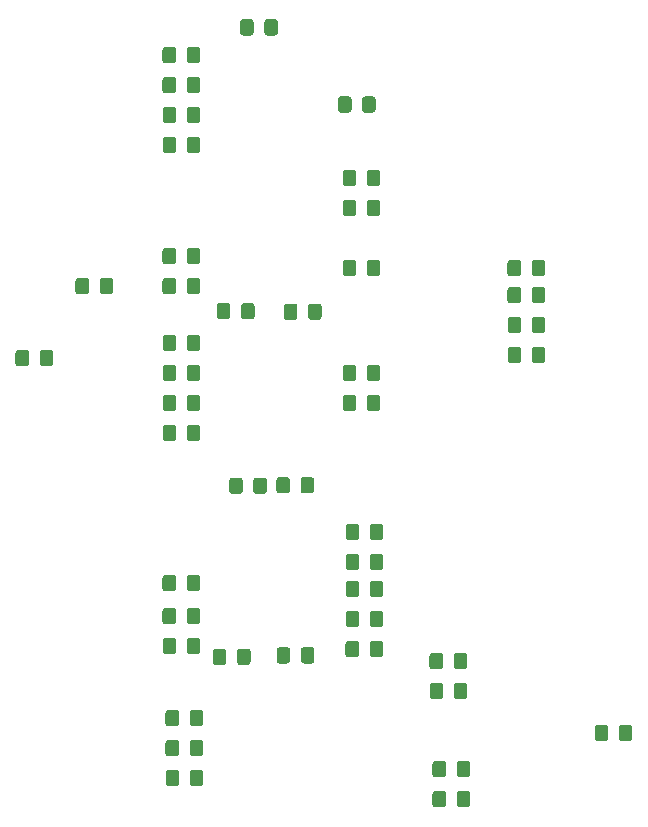
<source format=gbr>
G04 #@! TF.GenerationSoftware,KiCad,Pcbnew,5.1.6-c6e7f7d~86~ubuntu18.04.1*
G04 #@! TF.CreationDate,2020-06-21T16:50:38-04:00*
G04 #@! TF.ProjectId,modulation_source,6d6f6475-6c61-4746-996f-6e5f736f7572,rev?*
G04 #@! TF.SameCoordinates,Original*
G04 #@! TF.FileFunction,Paste,Bot*
G04 #@! TF.FilePolarity,Positive*
%FSLAX46Y46*%
G04 Gerber Fmt 4.6, Leading zero omitted, Abs format (unit mm)*
G04 Created by KiCad (PCBNEW 5.1.6-c6e7f7d~86~ubuntu18.04.1) date 2020-06-21 16:50:38*
%MOMM*%
%LPD*%
G01*
G04 APERTURE LIST*
G04 APERTURE END LIST*
G36*
G01*
X144575000Y-110039999D02*
X144575000Y-110940001D01*
G75*
G02*
X144325001Y-111190000I-249999J0D01*
G01*
X143674999Y-111190000D01*
G75*
G02*
X143425000Y-110940001I0J249999D01*
G01*
X143425000Y-110039999D01*
G75*
G02*
X143674999Y-109790000I249999J0D01*
G01*
X144325001Y-109790000D01*
G75*
G02*
X144575000Y-110039999I0J-249999D01*
G01*
G37*
G36*
G01*
X146625000Y-110039999D02*
X146625000Y-110940001D01*
G75*
G02*
X146375001Y-111190000I-249999J0D01*
G01*
X145724999Y-111190000D01*
G75*
G02*
X145475000Y-110940001I0J249999D01*
G01*
X145475000Y-110039999D01*
G75*
G02*
X145724999Y-109790000I249999J0D01*
G01*
X146375001Y-109790000D01*
G75*
G02*
X146625000Y-110039999I0J-249999D01*
G01*
G37*
G36*
G01*
X145239000Y-104844001D02*
X145239000Y-103943999D01*
G75*
G02*
X145488999Y-103694000I249999J0D01*
G01*
X146139001Y-103694000D01*
G75*
G02*
X146389000Y-103943999I0J-249999D01*
G01*
X146389000Y-104844001D01*
G75*
G02*
X146139001Y-105094000I-249999J0D01*
G01*
X145488999Y-105094000D01*
G75*
G02*
X145239000Y-104844001I0J249999D01*
G01*
G37*
G36*
G01*
X143189000Y-104844001D02*
X143189000Y-103943999D01*
G75*
G02*
X143438999Y-103694000I249999J0D01*
G01*
X144089001Y-103694000D01*
G75*
G02*
X144339000Y-103943999I0J-249999D01*
G01*
X144339000Y-104844001D01*
G75*
G02*
X144089001Y-105094000I-249999J0D01*
G01*
X143438999Y-105094000D01*
G75*
G02*
X143189000Y-104844001I0J249999D01*
G01*
G37*
G36*
G01*
X159815000Y-104197999D02*
X159815000Y-105098001D01*
G75*
G02*
X159565001Y-105348000I-249999J0D01*
G01*
X158914999Y-105348000D01*
G75*
G02*
X158665000Y-105098001I0J249999D01*
G01*
X158665000Y-104197999D01*
G75*
G02*
X158914999Y-103948000I249999J0D01*
G01*
X159565001Y-103948000D01*
G75*
G02*
X159815000Y-104197999I0J-249999D01*
G01*
G37*
G36*
G01*
X161865000Y-104197999D02*
X161865000Y-105098001D01*
G75*
G02*
X161615001Y-105348000I-249999J0D01*
G01*
X160964999Y-105348000D01*
G75*
G02*
X160715000Y-105098001I0J249999D01*
G01*
X160715000Y-104197999D01*
G75*
G02*
X160964999Y-103948000I249999J0D01*
G01*
X161615001Y-103948000D01*
G75*
G02*
X161865000Y-104197999I0J-249999D01*
G01*
G37*
G36*
G01*
X145221000Y-102304001D02*
X145221000Y-101403999D01*
G75*
G02*
X145470999Y-101154000I249999J0D01*
G01*
X146121001Y-101154000D01*
G75*
G02*
X146371000Y-101403999I0J-249999D01*
G01*
X146371000Y-102304001D01*
G75*
G02*
X146121001Y-102554000I-249999J0D01*
G01*
X145470999Y-102554000D01*
G75*
G02*
X145221000Y-102304001I0J249999D01*
G01*
G37*
G36*
G01*
X143171000Y-102304001D02*
X143171000Y-101403999D01*
G75*
G02*
X143420999Y-101154000I249999J0D01*
G01*
X144071001Y-101154000D01*
G75*
G02*
X144321000Y-101403999I0J-249999D01*
G01*
X144321000Y-102304001D01*
G75*
G02*
X144071001Y-102554000I-249999J0D01*
G01*
X143420999Y-102554000D01*
G75*
G02*
X143171000Y-102304001I0J249999D01*
G01*
G37*
G36*
G01*
X160724000Y-100018001D02*
X160724000Y-99117999D01*
G75*
G02*
X160973999Y-98868000I249999J0D01*
G01*
X161624001Y-98868000D01*
G75*
G02*
X161874000Y-99117999I0J-249999D01*
G01*
X161874000Y-100018001D01*
G75*
G02*
X161624001Y-100268000I-249999J0D01*
G01*
X160973999Y-100268000D01*
G75*
G02*
X160724000Y-100018001I0J249999D01*
G01*
G37*
G36*
G01*
X158674000Y-100018001D02*
X158674000Y-99117999D01*
G75*
G02*
X158923999Y-98868000I249999J0D01*
G01*
X159574001Y-98868000D01*
G75*
G02*
X159824000Y-99117999I0J-249999D01*
G01*
X159824000Y-100018001D01*
G75*
G02*
X159574001Y-100268000I-249999J0D01*
G01*
X158923999Y-100268000D01*
G75*
G02*
X158674000Y-100018001I0J249999D01*
G01*
G37*
G36*
G01*
X159824000Y-96831999D02*
X159824000Y-97732001D01*
G75*
G02*
X159574001Y-97982000I-249999J0D01*
G01*
X158923999Y-97982000D01*
G75*
G02*
X158674000Y-97732001I0J249999D01*
G01*
X158674000Y-96831999D01*
G75*
G02*
X158923999Y-96582000I249999J0D01*
G01*
X159574001Y-96582000D01*
G75*
G02*
X159824000Y-96831999I0J-249999D01*
G01*
G37*
G36*
G01*
X161874000Y-96831999D02*
X161874000Y-97732001D01*
G75*
G02*
X161624001Y-97982000I-249999J0D01*
G01*
X160973999Y-97982000D01*
G75*
G02*
X160724000Y-97732001I0J249999D01*
G01*
X160724000Y-96831999D01*
G75*
G02*
X160973999Y-96582000I249999J0D01*
G01*
X161624001Y-96582000D01*
G75*
G02*
X161874000Y-96831999I0J-249999D01*
G01*
G37*
G36*
G01*
X167181000Y-116897999D02*
X167181000Y-117798001D01*
G75*
G02*
X166931001Y-118048000I-249999J0D01*
G01*
X166280999Y-118048000D01*
G75*
G02*
X166031000Y-117798001I0J249999D01*
G01*
X166031000Y-116897999D01*
G75*
G02*
X166280999Y-116648000I249999J0D01*
G01*
X166931001Y-116648000D01*
G75*
G02*
X167181000Y-116897999I0J-249999D01*
G01*
G37*
G36*
G01*
X169231000Y-116897999D02*
X169231000Y-117798001D01*
G75*
G02*
X168981001Y-118048000I-249999J0D01*
G01*
X168330999Y-118048000D01*
G75*
G02*
X168081000Y-117798001I0J249999D01*
G01*
X168081000Y-116897999D01*
G75*
G02*
X168330999Y-116648000I249999J0D01*
G01*
X168981001Y-116648000D01*
G75*
G02*
X169231000Y-116897999I0J-249999D01*
G01*
G37*
G36*
G01*
X145221000Y-99510001D02*
X145221000Y-98609999D01*
G75*
G02*
X145470999Y-98360000I249999J0D01*
G01*
X146121001Y-98360000D01*
G75*
G02*
X146371000Y-98609999I0J-249999D01*
G01*
X146371000Y-99510001D01*
G75*
G02*
X146121001Y-99760000I-249999J0D01*
G01*
X145470999Y-99760000D01*
G75*
G02*
X145221000Y-99510001I0J249999D01*
G01*
G37*
G36*
G01*
X143171000Y-99510001D02*
X143171000Y-98609999D01*
G75*
G02*
X143420999Y-98360000I249999J0D01*
G01*
X144071001Y-98360000D01*
G75*
G02*
X144321000Y-98609999I0J-249999D01*
G01*
X144321000Y-99510001D01*
G75*
G02*
X144071001Y-99760000I-249999J0D01*
G01*
X143420999Y-99760000D01*
G75*
G02*
X143171000Y-99510001I0J249999D01*
G01*
G37*
G36*
G01*
X160733000Y-95192001D02*
X160733000Y-94291999D01*
G75*
G02*
X160982999Y-94042000I249999J0D01*
G01*
X161633001Y-94042000D01*
G75*
G02*
X161883000Y-94291999I0J-249999D01*
G01*
X161883000Y-95192001D01*
G75*
G02*
X161633001Y-95442000I-249999J0D01*
G01*
X160982999Y-95442000D01*
G75*
G02*
X160733000Y-95192001I0J249999D01*
G01*
G37*
G36*
G01*
X158683000Y-95192001D02*
X158683000Y-94291999D01*
G75*
G02*
X158932999Y-94042000I249999J0D01*
G01*
X159583001Y-94042000D01*
G75*
G02*
X159833000Y-94291999I0J-249999D01*
G01*
X159833000Y-95192001D01*
G75*
G02*
X159583001Y-95442000I-249999J0D01*
G01*
X158932999Y-95442000D01*
G75*
G02*
X158683000Y-95192001I0J249999D01*
G01*
G37*
G36*
G01*
X131875000Y-79559999D02*
X131875000Y-80460001D01*
G75*
G02*
X131625001Y-80710000I-249999J0D01*
G01*
X130974999Y-80710000D01*
G75*
G02*
X130725000Y-80460001I0J249999D01*
G01*
X130725000Y-79559999D01*
G75*
G02*
X130974999Y-79310000I249999J0D01*
G01*
X131625001Y-79310000D01*
G75*
G02*
X131875000Y-79559999I0J-249999D01*
G01*
G37*
G36*
G01*
X133925000Y-79559999D02*
X133925000Y-80460001D01*
G75*
G02*
X133675001Y-80710000I-249999J0D01*
G01*
X133024999Y-80710000D01*
G75*
G02*
X132775000Y-80460001I0J249999D01*
G01*
X132775000Y-79559999D01*
G75*
G02*
X133024999Y-79310000I249999J0D01*
G01*
X133675001Y-79310000D01*
G75*
G02*
X133925000Y-79559999I0J-249999D01*
G01*
G37*
G36*
G01*
X180915000Y-111309999D02*
X180915000Y-112210001D01*
G75*
G02*
X180665001Y-112460000I-249999J0D01*
G01*
X180014999Y-112460000D01*
G75*
G02*
X179765000Y-112210001I0J249999D01*
G01*
X179765000Y-111309999D01*
G75*
G02*
X180014999Y-111060000I249999J0D01*
G01*
X180665001Y-111060000D01*
G75*
G02*
X180915000Y-111309999I0J-249999D01*
G01*
G37*
G36*
G01*
X182965000Y-111309999D02*
X182965000Y-112210001D01*
G75*
G02*
X182715001Y-112460000I-249999J0D01*
G01*
X182064999Y-112460000D01*
G75*
G02*
X181815000Y-112210001I0J249999D01*
G01*
X181815000Y-111309999D01*
G75*
G02*
X182064999Y-111060000I249999J0D01*
G01*
X182715001Y-111060000D01*
G75*
G02*
X182965000Y-111309999I0J-249999D01*
G01*
G37*
G36*
G01*
X167181000Y-114357999D02*
X167181000Y-115258001D01*
G75*
G02*
X166931001Y-115508000I-249999J0D01*
G01*
X166280999Y-115508000D01*
G75*
G02*
X166031000Y-115258001I0J249999D01*
G01*
X166031000Y-114357999D01*
G75*
G02*
X166280999Y-114108000I249999J0D01*
G01*
X166931001Y-114108000D01*
G75*
G02*
X167181000Y-114357999I0J-249999D01*
G01*
G37*
G36*
G01*
X169231000Y-114357999D02*
X169231000Y-115258001D01*
G75*
G02*
X168981001Y-115508000I-249999J0D01*
G01*
X168330999Y-115508000D01*
G75*
G02*
X168081000Y-115258001I0J249999D01*
G01*
X168081000Y-114357999D01*
G75*
G02*
X168330999Y-114108000I249999J0D01*
G01*
X168981001Y-114108000D01*
G75*
G02*
X169231000Y-114357999I0J-249999D01*
G01*
G37*
G36*
G01*
X160733000Y-102558001D02*
X160733000Y-101657999D01*
G75*
G02*
X160982999Y-101408000I249999J0D01*
G01*
X161633001Y-101408000D01*
G75*
G02*
X161883000Y-101657999I0J-249999D01*
G01*
X161883000Y-102558001D01*
G75*
G02*
X161633001Y-102808000I-249999J0D01*
G01*
X160982999Y-102808000D01*
G75*
G02*
X160733000Y-102558001I0J249999D01*
G01*
G37*
G36*
G01*
X158683000Y-102558001D02*
X158683000Y-101657999D01*
G75*
G02*
X158932999Y-101408000I249999J0D01*
G01*
X159583001Y-101408000D01*
G75*
G02*
X159833000Y-101657999I0J-249999D01*
G01*
X159833000Y-102558001D01*
G75*
G02*
X159583001Y-102808000I-249999J0D01*
G01*
X158932999Y-102808000D01*
G75*
G02*
X158683000Y-102558001I0J249999D01*
G01*
G37*
G36*
G01*
X166945000Y-107753999D02*
X166945000Y-108654001D01*
G75*
G02*
X166695001Y-108904000I-249999J0D01*
G01*
X166044999Y-108904000D01*
G75*
G02*
X165795000Y-108654001I0J249999D01*
G01*
X165795000Y-107753999D01*
G75*
G02*
X166044999Y-107504000I249999J0D01*
G01*
X166695001Y-107504000D01*
G75*
G02*
X166945000Y-107753999I0J-249999D01*
G01*
G37*
G36*
G01*
X168995000Y-107753999D02*
X168995000Y-108654001D01*
G75*
G02*
X168745001Y-108904000I-249999J0D01*
G01*
X168094999Y-108904000D01*
G75*
G02*
X167845000Y-108654001I0J249999D01*
G01*
X167845000Y-107753999D01*
G75*
G02*
X168094999Y-107504000I249999J0D01*
G01*
X168745001Y-107504000D01*
G75*
G02*
X168995000Y-107753999I0J-249999D01*
G01*
G37*
G36*
G01*
X166927000Y-105213999D02*
X166927000Y-106114001D01*
G75*
G02*
X166677001Y-106364000I-249999J0D01*
G01*
X166026999Y-106364000D01*
G75*
G02*
X165777000Y-106114001I0J249999D01*
G01*
X165777000Y-105213999D01*
G75*
G02*
X166026999Y-104964000I249999J0D01*
G01*
X166677001Y-104964000D01*
G75*
G02*
X166927000Y-105213999I0J-249999D01*
G01*
G37*
G36*
G01*
X168977000Y-105213999D02*
X168977000Y-106114001D01*
G75*
G02*
X168727001Y-106364000I-249999J0D01*
G01*
X168076999Y-106364000D01*
G75*
G02*
X167827000Y-106114001I0J249999D01*
G01*
X167827000Y-105213999D01*
G75*
G02*
X168076999Y-104964000I249999J0D01*
G01*
X168727001Y-104964000D01*
G75*
G02*
X168977000Y-105213999I0J-249999D01*
G01*
G37*
G36*
G01*
X145493000Y-116020001D02*
X145493000Y-115119999D01*
G75*
G02*
X145742999Y-114870000I249999J0D01*
G01*
X146393001Y-114870000D01*
G75*
G02*
X146643000Y-115119999I0J-249999D01*
G01*
X146643000Y-116020001D01*
G75*
G02*
X146393001Y-116270000I-249999J0D01*
G01*
X145742999Y-116270000D01*
G75*
G02*
X145493000Y-116020001I0J249999D01*
G01*
G37*
G36*
G01*
X143443000Y-116020001D02*
X143443000Y-115119999D01*
G75*
G02*
X143692999Y-114870000I249999J0D01*
G01*
X144343001Y-114870000D01*
G75*
G02*
X144593000Y-115119999I0J-249999D01*
G01*
X144593000Y-116020001D01*
G75*
G02*
X144343001Y-116270000I-249999J0D01*
G01*
X143692999Y-116270000D01*
G75*
G02*
X143443000Y-116020001I0J249999D01*
G01*
G37*
G36*
G01*
X144330000Y-58985999D02*
X144330000Y-59886001D01*
G75*
G02*
X144080001Y-60136000I-249999J0D01*
G01*
X143429999Y-60136000D01*
G75*
G02*
X143180000Y-59886001I0J249999D01*
G01*
X143180000Y-58985999D01*
G75*
G02*
X143429999Y-58736000I249999J0D01*
G01*
X144080001Y-58736000D01*
G75*
G02*
X144330000Y-58985999I0J-249999D01*
G01*
G37*
G36*
G01*
X146380000Y-58985999D02*
X146380000Y-59886001D01*
G75*
G02*
X146130001Y-60136000I-249999J0D01*
G01*
X145479999Y-60136000D01*
G75*
G02*
X145230000Y-59886001I0J249999D01*
G01*
X145230000Y-58985999D01*
G75*
G02*
X145479999Y-58736000I249999J0D01*
G01*
X146130001Y-58736000D01*
G75*
G02*
X146380000Y-58985999I0J-249999D01*
G01*
G37*
G36*
G01*
X159570000Y-83369999D02*
X159570000Y-84270001D01*
G75*
G02*
X159320001Y-84520000I-249999J0D01*
G01*
X158669999Y-84520000D01*
G75*
G02*
X158420000Y-84270001I0J249999D01*
G01*
X158420000Y-83369999D01*
G75*
G02*
X158669999Y-83120000I249999J0D01*
G01*
X159320001Y-83120000D01*
G75*
G02*
X159570000Y-83369999I0J-249999D01*
G01*
G37*
G36*
G01*
X161620000Y-83369999D02*
X161620000Y-84270001D01*
G75*
G02*
X161370001Y-84520000I-249999J0D01*
G01*
X160719999Y-84520000D01*
G75*
G02*
X160470000Y-84270001I0J249999D01*
G01*
X160470000Y-83369999D01*
G75*
G02*
X160719999Y-83120000I249999J0D01*
G01*
X161370001Y-83120000D01*
G75*
G02*
X161620000Y-83369999I0J-249999D01*
G01*
G37*
G36*
G01*
X144321000Y-56445999D02*
X144321000Y-57346001D01*
G75*
G02*
X144071001Y-57596000I-249999J0D01*
G01*
X143420999Y-57596000D01*
G75*
G02*
X143171000Y-57346001I0J249999D01*
G01*
X143171000Y-56445999D01*
G75*
G02*
X143420999Y-56196000I249999J0D01*
G01*
X144071001Y-56196000D01*
G75*
G02*
X144321000Y-56445999I0J-249999D01*
G01*
G37*
G36*
G01*
X146371000Y-56445999D02*
X146371000Y-57346001D01*
G75*
G02*
X146121001Y-57596000I-249999J0D01*
G01*
X145470999Y-57596000D01*
G75*
G02*
X145221000Y-57346001I0J249999D01*
G01*
X145221000Y-56445999D01*
G75*
G02*
X145470999Y-56196000I249999J0D01*
G01*
X146121001Y-56196000D01*
G75*
G02*
X146371000Y-56445999I0J-249999D01*
G01*
G37*
G36*
G01*
X159570000Y-71939999D02*
X159570000Y-72840001D01*
G75*
G02*
X159320001Y-73090000I-249999J0D01*
G01*
X158669999Y-73090000D01*
G75*
G02*
X158420000Y-72840001I0J249999D01*
G01*
X158420000Y-71939999D01*
G75*
G02*
X158669999Y-71690000I249999J0D01*
G01*
X159320001Y-71690000D01*
G75*
G02*
X159570000Y-71939999I0J-249999D01*
G01*
G37*
G36*
G01*
X161620000Y-71939999D02*
X161620000Y-72840001D01*
G75*
G02*
X161370001Y-73090000I-249999J0D01*
G01*
X160719999Y-73090000D01*
G75*
G02*
X160470000Y-72840001I0J249999D01*
G01*
X160470000Y-71939999D01*
G75*
G02*
X160719999Y-71690000I249999J0D01*
G01*
X161370001Y-71690000D01*
G75*
G02*
X161620000Y-71939999I0J-249999D01*
G01*
G37*
G36*
G01*
X173531000Y-71939999D02*
X173531000Y-72840001D01*
G75*
G02*
X173281001Y-73090000I-249999J0D01*
G01*
X172630999Y-73090000D01*
G75*
G02*
X172381000Y-72840001I0J249999D01*
G01*
X172381000Y-71939999D01*
G75*
G02*
X172630999Y-71690000I249999J0D01*
G01*
X173281001Y-71690000D01*
G75*
G02*
X173531000Y-71939999I0J-249999D01*
G01*
G37*
G36*
G01*
X175581000Y-71939999D02*
X175581000Y-72840001D01*
G75*
G02*
X175331001Y-73090000I-249999J0D01*
G01*
X174680999Y-73090000D01*
G75*
G02*
X174431000Y-72840001I0J249999D01*
G01*
X174431000Y-71939999D01*
G75*
G02*
X174680999Y-71690000I249999J0D01*
G01*
X175331001Y-71690000D01*
G75*
G02*
X175581000Y-71939999I0J-249999D01*
G01*
G37*
G36*
G01*
X144321000Y-73463999D02*
X144321000Y-74364001D01*
G75*
G02*
X144071001Y-74614000I-249999J0D01*
G01*
X143420999Y-74614000D01*
G75*
G02*
X143171000Y-74364001I0J249999D01*
G01*
X143171000Y-73463999D01*
G75*
G02*
X143420999Y-73214000I249999J0D01*
G01*
X144071001Y-73214000D01*
G75*
G02*
X144321000Y-73463999I0J-249999D01*
G01*
G37*
G36*
G01*
X146371000Y-73463999D02*
X146371000Y-74364001D01*
G75*
G02*
X146121001Y-74614000I-249999J0D01*
G01*
X145470999Y-74614000D01*
G75*
G02*
X145221000Y-74364001I0J249999D01*
G01*
X145221000Y-73463999D01*
G75*
G02*
X145470999Y-73214000I249999J0D01*
G01*
X146121001Y-73214000D01*
G75*
G02*
X146371000Y-73463999I0J-249999D01*
G01*
G37*
G36*
G01*
X144321000Y-53905999D02*
X144321000Y-54806001D01*
G75*
G02*
X144071001Y-55056000I-249999J0D01*
G01*
X143420999Y-55056000D01*
G75*
G02*
X143171000Y-54806001I0J249999D01*
G01*
X143171000Y-53905999D01*
G75*
G02*
X143420999Y-53656000I249999J0D01*
G01*
X144071001Y-53656000D01*
G75*
G02*
X144321000Y-53905999I0J-249999D01*
G01*
G37*
G36*
G01*
X146371000Y-53905999D02*
X146371000Y-54806001D01*
G75*
G02*
X146121001Y-55056000I-249999J0D01*
G01*
X145470999Y-55056000D01*
G75*
G02*
X145221000Y-54806001I0J249999D01*
G01*
X145221000Y-53905999D01*
G75*
G02*
X145470999Y-53656000I249999J0D01*
G01*
X146121001Y-53656000D01*
G75*
G02*
X146371000Y-53905999I0J-249999D01*
G01*
G37*
G36*
G01*
X160479000Y-65220001D02*
X160479000Y-64319999D01*
G75*
G02*
X160728999Y-64070000I249999J0D01*
G01*
X161379001Y-64070000D01*
G75*
G02*
X161629000Y-64319999I0J-249999D01*
G01*
X161629000Y-65220001D01*
G75*
G02*
X161379001Y-65470000I-249999J0D01*
G01*
X160728999Y-65470000D01*
G75*
G02*
X160479000Y-65220001I0J249999D01*
G01*
G37*
G36*
G01*
X158429000Y-65220001D02*
X158429000Y-64319999D01*
G75*
G02*
X158678999Y-64070000I249999J0D01*
G01*
X159329001Y-64070000D01*
G75*
G02*
X159579000Y-64319999I0J-249999D01*
G01*
X159579000Y-65220001D01*
G75*
G02*
X159329001Y-65470000I-249999J0D01*
G01*
X158678999Y-65470000D01*
G75*
G02*
X158429000Y-65220001I0J249999D01*
G01*
G37*
G36*
G01*
X145239000Y-86810001D02*
X145239000Y-85909999D01*
G75*
G02*
X145488999Y-85660000I249999J0D01*
G01*
X146139001Y-85660000D01*
G75*
G02*
X146389000Y-85909999I0J-249999D01*
G01*
X146389000Y-86810001D01*
G75*
G02*
X146139001Y-87060000I-249999J0D01*
G01*
X145488999Y-87060000D01*
G75*
G02*
X145239000Y-86810001I0J249999D01*
G01*
G37*
G36*
G01*
X143189000Y-86810001D02*
X143189000Y-85909999D01*
G75*
G02*
X143438999Y-85660000I249999J0D01*
G01*
X144089001Y-85660000D01*
G75*
G02*
X144339000Y-85909999I0J-249999D01*
G01*
X144339000Y-86810001D01*
G75*
G02*
X144089001Y-87060000I-249999J0D01*
G01*
X143438999Y-87060000D01*
G75*
G02*
X143189000Y-86810001I0J249999D01*
G01*
G37*
G36*
G01*
X174431000Y-75126001D02*
X174431000Y-74225999D01*
G75*
G02*
X174680999Y-73976000I249999J0D01*
G01*
X175331001Y-73976000D01*
G75*
G02*
X175581000Y-74225999I0J-249999D01*
G01*
X175581000Y-75126001D01*
G75*
G02*
X175331001Y-75376000I-249999J0D01*
G01*
X174680999Y-75376000D01*
G75*
G02*
X174431000Y-75126001I0J249999D01*
G01*
G37*
G36*
G01*
X172381000Y-75126001D02*
X172381000Y-74225999D01*
G75*
G02*
X172630999Y-73976000I249999J0D01*
G01*
X173281001Y-73976000D01*
G75*
G02*
X173531000Y-74225999I0J-249999D01*
G01*
X173531000Y-75126001D01*
G75*
G02*
X173281001Y-75376000I-249999J0D01*
G01*
X172630999Y-75376000D01*
G75*
G02*
X172381000Y-75126001I0J249999D01*
G01*
G37*
G36*
G01*
X160479000Y-67760001D02*
X160479000Y-66859999D01*
G75*
G02*
X160728999Y-66610000I249999J0D01*
G01*
X161379001Y-66610000D01*
G75*
G02*
X161629000Y-66859999I0J-249999D01*
G01*
X161629000Y-67760001D01*
G75*
G02*
X161379001Y-68010000I-249999J0D01*
G01*
X160728999Y-68010000D01*
G75*
G02*
X160479000Y-67760001I0J249999D01*
G01*
G37*
G36*
G01*
X158429000Y-67760001D02*
X158429000Y-66859999D01*
G75*
G02*
X158678999Y-66610000I249999J0D01*
G01*
X159329001Y-66610000D01*
G75*
G02*
X159579000Y-66859999I0J-249999D01*
G01*
X159579000Y-67760001D01*
G75*
G02*
X159329001Y-68010000I-249999J0D01*
G01*
X158678999Y-68010000D01*
G75*
G02*
X158429000Y-67760001I0J249999D01*
G01*
G37*
G36*
G01*
X145239000Y-84270001D02*
X145239000Y-83369999D01*
G75*
G02*
X145488999Y-83120000I249999J0D01*
G01*
X146139001Y-83120000D01*
G75*
G02*
X146389000Y-83369999I0J-249999D01*
G01*
X146389000Y-84270001D01*
G75*
G02*
X146139001Y-84520000I-249999J0D01*
G01*
X145488999Y-84520000D01*
G75*
G02*
X145239000Y-84270001I0J249999D01*
G01*
G37*
G36*
G01*
X143189000Y-84270001D02*
X143189000Y-83369999D01*
G75*
G02*
X143438999Y-83120000I249999J0D01*
G01*
X144089001Y-83120000D01*
G75*
G02*
X144339000Y-83369999I0J-249999D01*
G01*
X144339000Y-84270001D01*
G75*
G02*
X144089001Y-84520000I-249999J0D01*
G01*
X143438999Y-84520000D01*
G75*
G02*
X143189000Y-84270001I0J249999D01*
G01*
G37*
G36*
G01*
X174449000Y-80206001D02*
X174449000Y-79305999D01*
G75*
G02*
X174698999Y-79056000I249999J0D01*
G01*
X175349001Y-79056000D01*
G75*
G02*
X175599000Y-79305999I0J-249999D01*
G01*
X175599000Y-80206001D01*
G75*
G02*
X175349001Y-80456000I-249999J0D01*
G01*
X174698999Y-80456000D01*
G75*
G02*
X174449000Y-80206001I0J249999D01*
G01*
G37*
G36*
G01*
X172399000Y-80206001D02*
X172399000Y-79305999D01*
G75*
G02*
X172648999Y-79056000I249999J0D01*
G01*
X173299001Y-79056000D01*
G75*
G02*
X173549000Y-79305999I0J-249999D01*
G01*
X173549000Y-80206001D01*
G75*
G02*
X173299001Y-80456000I-249999J0D01*
G01*
X172648999Y-80456000D01*
G75*
G02*
X172399000Y-80206001I0J249999D01*
G01*
G37*
G36*
G01*
X174440000Y-77666001D02*
X174440000Y-76765999D01*
G75*
G02*
X174689999Y-76516000I249999J0D01*
G01*
X175340001Y-76516000D01*
G75*
G02*
X175590000Y-76765999I0J-249999D01*
G01*
X175590000Y-77666001D01*
G75*
G02*
X175340001Y-77916000I-249999J0D01*
G01*
X174689999Y-77916000D01*
G75*
G02*
X174440000Y-77666001I0J249999D01*
G01*
G37*
G36*
G01*
X172390000Y-77666001D02*
X172390000Y-76765999D01*
G75*
G02*
X172639999Y-76516000I249999J0D01*
G01*
X173290001Y-76516000D01*
G75*
G02*
X173540000Y-76765999I0J-249999D01*
G01*
X173540000Y-77666001D01*
G75*
G02*
X173290001Y-77916000I-249999J0D01*
G01*
X172639999Y-77916000D01*
G75*
G02*
X172390000Y-77666001I0J249999D01*
G01*
G37*
G36*
G01*
X144321000Y-70923999D02*
X144321000Y-71824001D01*
G75*
G02*
X144071001Y-72074000I-249999J0D01*
G01*
X143420999Y-72074000D01*
G75*
G02*
X143171000Y-71824001I0J249999D01*
G01*
X143171000Y-70923999D01*
G75*
G02*
X143420999Y-70674000I249999J0D01*
G01*
X144071001Y-70674000D01*
G75*
G02*
X144321000Y-70923999I0J-249999D01*
G01*
G37*
G36*
G01*
X146371000Y-70923999D02*
X146371000Y-71824001D01*
G75*
G02*
X146121001Y-72074000I-249999J0D01*
G01*
X145470999Y-72074000D01*
G75*
G02*
X145221000Y-71824001I0J249999D01*
G01*
X145221000Y-70923999D01*
G75*
G02*
X145470999Y-70674000I249999J0D01*
G01*
X146121001Y-70674000D01*
G75*
G02*
X146371000Y-70923999I0J-249999D01*
G01*
G37*
G36*
G01*
X145239000Y-81730001D02*
X145239000Y-80829999D01*
G75*
G02*
X145488999Y-80580000I249999J0D01*
G01*
X146139001Y-80580000D01*
G75*
G02*
X146389000Y-80829999I0J-249999D01*
G01*
X146389000Y-81730001D01*
G75*
G02*
X146139001Y-81980000I-249999J0D01*
G01*
X145488999Y-81980000D01*
G75*
G02*
X145239000Y-81730001I0J249999D01*
G01*
G37*
G36*
G01*
X143189000Y-81730001D02*
X143189000Y-80829999D01*
G75*
G02*
X143438999Y-80580000I249999J0D01*
G01*
X144089001Y-80580000D01*
G75*
G02*
X144339000Y-80829999I0J-249999D01*
G01*
X144339000Y-81730001D01*
G75*
G02*
X144089001Y-81980000I-249999J0D01*
G01*
X143438999Y-81980000D01*
G75*
G02*
X143189000Y-81730001I0J249999D01*
G01*
G37*
G36*
G01*
X145239000Y-79190001D02*
X145239000Y-78289999D01*
G75*
G02*
X145488999Y-78040000I249999J0D01*
G01*
X146139001Y-78040000D01*
G75*
G02*
X146389000Y-78289999I0J-249999D01*
G01*
X146389000Y-79190001D01*
G75*
G02*
X146139001Y-79440000I-249999J0D01*
G01*
X145488999Y-79440000D01*
G75*
G02*
X145239000Y-79190001I0J249999D01*
G01*
G37*
G36*
G01*
X143189000Y-79190001D02*
X143189000Y-78289999D01*
G75*
G02*
X143438999Y-78040000I249999J0D01*
G01*
X144089001Y-78040000D01*
G75*
G02*
X144339000Y-78289999I0J-249999D01*
G01*
X144339000Y-79190001D01*
G75*
G02*
X144089001Y-79440000I-249999J0D01*
G01*
X143438999Y-79440000D01*
G75*
G02*
X143189000Y-79190001I0J249999D01*
G01*
G37*
G36*
G01*
X144575000Y-112579999D02*
X144575000Y-113480001D01*
G75*
G02*
X144325001Y-113730000I-249999J0D01*
G01*
X143674999Y-113730000D01*
G75*
G02*
X143425000Y-113480001I0J249999D01*
G01*
X143425000Y-112579999D01*
G75*
G02*
X143674999Y-112330000I249999J0D01*
G01*
X144325001Y-112330000D01*
G75*
G02*
X144575000Y-112579999I0J-249999D01*
G01*
G37*
G36*
G01*
X146625000Y-112579999D02*
X146625000Y-113480001D01*
G75*
G02*
X146375001Y-113730000I-249999J0D01*
G01*
X145724999Y-113730000D01*
G75*
G02*
X145475000Y-113480001I0J249999D01*
G01*
X145475000Y-112579999D01*
G75*
G02*
X145724999Y-112330000I249999J0D01*
G01*
X146375001Y-112330000D01*
G75*
G02*
X146625000Y-112579999I0J-249999D01*
G01*
G37*
G36*
G01*
X149480800Y-105758401D02*
X149480800Y-104858399D01*
G75*
G02*
X149730799Y-104608400I249999J0D01*
G01*
X150380801Y-104608400D01*
G75*
G02*
X150630800Y-104858399I0J-249999D01*
G01*
X150630800Y-105758401D01*
G75*
G02*
X150380801Y-106008400I-249999J0D01*
G01*
X149730799Y-106008400D01*
G75*
G02*
X149480800Y-105758401I0J249999D01*
G01*
G37*
G36*
G01*
X147430800Y-105758401D02*
X147430800Y-104858399D01*
G75*
G02*
X147680799Y-104608400I249999J0D01*
G01*
X148330801Y-104608400D01*
G75*
G02*
X148580800Y-104858399I0J-249999D01*
G01*
X148580800Y-105758401D01*
G75*
G02*
X148330801Y-106008400I-249999J0D01*
G01*
X147680799Y-106008400D01*
G75*
G02*
X147430800Y-105758401I0J249999D01*
G01*
G37*
G36*
G01*
X154891000Y-105631401D02*
X154891000Y-104731399D01*
G75*
G02*
X155140999Y-104481400I249999J0D01*
G01*
X155791001Y-104481400D01*
G75*
G02*
X156041000Y-104731399I0J-249999D01*
G01*
X156041000Y-105631401D01*
G75*
G02*
X155791001Y-105881400I-249999J0D01*
G01*
X155140999Y-105881400D01*
G75*
G02*
X154891000Y-105631401I0J249999D01*
G01*
G37*
G36*
G01*
X152841000Y-105631401D02*
X152841000Y-104731399D01*
G75*
G02*
X153090999Y-104481400I249999J0D01*
G01*
X153741001Y-104481400D01*
G75*
G02*
X153991000Y-104731399I0J-249999D01*
G01*
X153991000Y-105631401D01*
G75*
G02*
X153741001Y-105881400I-249999J0D01*
G01*
X153090999Y-105881400D01*
G75*
G02*
X152841000Y-105631401I0J249999D01*
G01*
G37*
G36*
G01*
X150868800Y-91280401D02*
X150868800Y-90380399D01*
G75*
G02*
X151118799Y-90130400I249999J0D01*
G01*
X151768801Y-90130400D01*
G75*
G02*
X152018800Y-90380399I0J-249999D01*
G01*
X152018800Y-91280401D01*
G75*
G02*
X151768801Y-91530400I-249999J0D01*
G01*
X151118799Y-91530400D01*
G75*
G02*
X150868800Y-91280401I0J249999D01*
G01*
G37*
G36*
G01*
X148818800Y-91280401D02*
X148818800Y-90380399D01*
G75*
G02*
X149068799Y-90130400I249999J0D01*
G01*
X149718801Y-90130400D01*
G75*
G02*
X149968800Y-90380399I0J-249999D01*
G01*
X149968800Y-91280401D01*
G75*
G02*
X149718801Y-91530400I-249999J0D01*
G01*
X149068799Y-91530400D01*
G75*
G02*
X148818800Y-91280401I0J249999D01*
G01*
G37*
G36*
G01*
X154865600Y-91229601D02*
X154865600Y-90329599D01*
G75*
G02*
X155115599Y-90079600I249999J0D01*
G01*
X155765601Y-90079600D01*
G75*
G02*
X156015600Y-90329599I0J-249999D01*
G01*
X156015600Y-91229601D01*
G75*
G02*
X155765601Y-91479600I-249999J0D01*
G01*
X155115599Y-91479600D01*
G75*
G02*
X154865600Y-91229601I0J249999D01*
G01*
G37*
G36*
G01*
X152815600Y-91229601D02*
X152815600Y-90329599D01*
G75*
G02*
X153065599Y-90079600I249999J0D01*
G01*
X153715601Y-90079600D01*
G75*
G02*
X153965600Y-90329599I0J-249999D01*
G01*
X153965600Y-91229601D01*
G75*
G02*
X153715601Y-91479600I-249999J0D01*
G01*
X153065599Y-91479600D01*
G75*
G02*
X152815600Y-91229601I0J249999D01*
G01*
G37*
G36*
G01*
X149818400Y-76497601D02*
X149818400Y-75597599D01*
G75*
G02*
X150068399Y-75347600I249999J0D01*
G01*
X150718401Y-75347600D01*
G75*
G02*
X150968400Y-75597599I0J-249999D01*
G01*
X150968400Y-76497601D01*
G75*
G02*
X150718401Y-76747600I-249999J0D01*
G01*
X150068399Y-76747600D01*
G75*
G02*
X149818400Y-76497601I0J249999D01*
G01*
G37*
G36*
G01*
X147768400Y-76497601D02*
X147768400Y-75597599D01*
G75*
G02*
X148018399Y-75347600I249999J0D01*
G01*
X148668401Y-75347600D01*
G75*
G02*
X148918400Y-75597599I0J-249999D01*
G01*
X148918400Y-76497601D01*
G75*
G02*
X148668401Y-76747600I-249999J0D01*
G01*
X148018399Y-76747600D01*
G75*
G02*
X147768400Y-76497601I0J249999D01*
G01*
G37*
G36*
G01*
X155500600Y-76548401D02*
X155500600Y-75648399D01*
G75*
G02*
X155750599Y-75398400I249999J0D01*
G01*
X156400601Y-75398400D01*
G75*
G02*
X156650600Y-75648399I0J-249999D01*
G01*
X156650600Y-76548401D01*
G75*
G02*
X156400601Y-76798400I-249999J0D01*
G01*
X155750599Y-76798400D01*
G75*
G02*
X155500600Y-76548401I0J249999D01*
G01*
G37*
G36*
G01*
X153450600Y-76548401D02*
X153450600Y-75648399D01*
G75*
G02*
X153700599Y-75398400I249999J0D01*
G01*
X154350601Y-75398400D01*
G75*
G02*
X154600600Y-75648399I0J-249999D01*
G01*
X154600600Y-76548401D01*
G75*
G02*
X154350601Y-76798400I-249999J0D01*
G01*
X153700599Y-76798400D01*
G75*
G02*
X153450600Y-76548401I0J249999D01*
G01*
G37*
G36*
G01*
X151792200Y-52469201D02*
X151792200Y-51569199D01*
G75*
G02*
X152042199Y-51319200I249999J0D01*
G01*
X152692201Y-51319200D01*
G75*
G02*
X152942200Y-51569199I0J-249999D01*
G01*
X152942200Y-52469201D01*
G75*
G02*
X152692201Y-52719200I-249999J0D01*
G01*
X152042199Y-52719200D01*
G75*
G02*
X151792200Y-52469201I0J249999D01*
G01*
G37*
G36*
G01*
X149742200Y-52469201D02*
X149742200Y-51569199D01*
G75*
G02*
X149992199Y-51319200I249999J0D01*
G01*
X150642201Y-51319200D01*
G75*
G02*
X150892200Y-51569199I0J-249999D01*
G01*
X150892200Y-52469201D01*
G75*
G02*
X150642201Y-52719200I-249999J0D01*
G01*
X149992199Y-52719200D01*
G75*
G02*
X149742200Y-52469201I0J249999D01*
G01*
G37*
G36*
G01*
X160080000Y-58997001D02*
X160080000Y-58096999D01*
G75*
G02*
X160329999Y-57847000I249999J0D01*
G01*
X160980001Y-57847000D01*
G75*
G02*
X161230000Y-58096999I0J-249999D01*
G01*
X161230000Y-58997001D01*
G75*
G02*
X160980001Y-59247000I-249999J0D01*
G01*
X160329999Y-59247000D01*
G75*
G02*
X160080000Y-58997001I0J249999D01*
G01*
G37*
G36*
G01*
X158030000Y-58997001D02*
X158030000Y-58096999D01*
G75*
G02*
X158279999Y-57847000I249999J0D01*
G01*
X158930001Y-57847000D01*
G75*
G02*
X159180000Y-58096999I0J-249999D01*
G01*
X159180000Y-58997001D01*
G75*
G02*
X158930001Y-59247000I-249999J0D01*
G01*
X158279999Y-59247000D01*
G75*
G02*
X158030000Y-58997001I0J249999D01*
G01*
G37*
G36*
G01*
X159579000Y-80829999D02*
X159579000Y-81730001D01*
G75*
G02*
X159329001Y-81980000I-249999J0D01*
G01*
X158678999Y-81980000D01*
G75*
G02*
X158429000Y-81730001I0J249999D01*
G01*
X158429000Y-80829999D01*
G75*
G02*
X158678999Y-80580000I249999J0D01*
G01*
X159329001Y-80580000D01*
G75*
G02*
X159579000Y-80829999I0J-249999D01*
G01*
G37*
G36*
G01*
X161629000Y-80829999D02*
X161629000Y-81730001D01*
G75*
G02*
X161379001Y-81980000I-249999J0D01*
G01*
X160728999Y-81980000D01*
G75*
G02*
X160479000Y-81730001I0J249999D01*
G01*
X160479000Y-80829999D01*
G75*
G02*
X160728999Y-80580000I249999J0D01*
G01*
X161379001Y-80580000D01*
G75*
G02*
X161629000Y-80829999I0J-249999D01*
G01*
G37*
G36*
G01*
X145239000Y-62426001D02*
X145239000Y-61525999D01*
G75*
G02*
X145488999Y-61276000I249999J0D01*
G01*
X146139001Y-61276000D01*
G75*
G02*
X146389000Y-61525999I0J-249999D01*
G01*
X146389000Y-62426001D01*
G75*
G02*
X146139001Y-62676000I-249999J0D01*
G01*
X145488999Y-62676000D01*
G75*
G02*
X145239000Y-62426001I0J249999D01*
G01*
G37*
G36*
G01*
X143189000Y-62426001D02*
X143189000Y-61525999D01*
G75*
G02*
X143438999Y-61276000I249999J0D01*
G01*
X144089001Y-61276000D01*
G75*
G02*
X144339000Y-61525999I0J-249999D01*
G01*
X144339000Y-62426001D01*
G75*
G02*
X144089001Y-62676000I-249999J0D01*
G01*
X143438999Y-62676000D01*
G75*
G02*
X143189000Y-62426001I0J249999D01*
G01*
G37*
G36*
G01*
X136955000Y-73463999D02*
X136955000Y-74364001D01*
G75*
G02*
X136705001Y-74614000I-249999J0D01*
G01*
X136054999Y-74614000D01*
G75*
G02*
X135805000Y-74364001I0J249999D01*
G01*
X135805000Y-73463999D01*
G75*
G02*
X136054999Y-73214000I249999J0D01*
G01*
X136705001Y-73214000D01*
G75*
G02*
X136955000Y-73463999I0J-249999D01*
G01*
G37*
G36*
G01*
X139005000Y-73463999D02*
X139005000Y-74364001D01*
G75*
G02*
X138755001Y-74614000I-249999J0D01*
G01*
X138104999Y-74614000D01*
G75*
G02*
X137855000Y-74364001I0J249999D01*
G01*
X137855000Y-73463999D01*
G75*
G02*
X138104999Y-73214000I249999J0D01*
G01*
X138755001Y-73214000D01*
G75*
G02*
X139005000Y-73463999I0J-249999D01*
G01*
G37*
M02*

</source>
